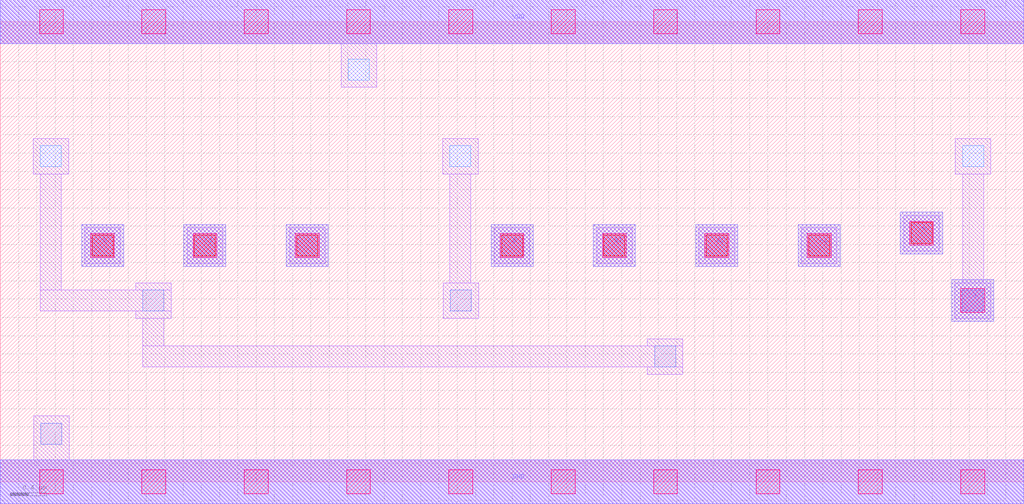
<source format=lef>
MACRO AAAOAI3221
 CLASS CORE ;
 FOREIGN AAAOAI3221 0 0 ;
 SIZE 11.200000000000001 BY 5.04 ;
 ORIGIN 0 0 ;
 SYMMETRY X Y R90 ;
 SITE unit ;
  PIN VDD
   DIRECTION INOUT ;
   USE POWER ;
   SHAPE ABUTMENT ;
    PORT
     CLASS CORE ;
       LAYER met1 ;
        RECT 0.00000000 4.80000000 11.20000000 5.28000000 ;
       LAYER met2 ;
        RECT 0.00000000 4.80000000 11.20000000 5.28000000 ;
    END
  END VDD

  PIN GND
   DIRECTION INOUT ;
   USE POWER ;
   SHAPE ABUTMENT ;
    PORT
     CLASS CORE ;
       LAYER met1 ;
        RECT 0.00000000 -0.24000000 11.20000000 0.24000000 ;
       LAYER met2 ;
        RECT 0.00000000 -0.24000000 11.20000000 0.24000000 ;
    END
  END GND

  PIN Y
   DIRECTION INOUT ;
   USE SIGNAL ;
   SHAPE ABUTMENT ;
    PORT
     CLASS CORE ;
       LAYER met2 ;
        RECT 10.41000000 1.75500000 10.87000000 2.21500000 ;
    END
  END Y

  PIN A1
   DIRECTION INOUT ;
   USE SIGNAL ;
   SHAPE ABUTMENT ;
    PORT
     CLASS CORE ;
       LAYER met2 ;
        RECT 8.73000000 2.35700000 9.19000000 2.81700000 ;
    END
  END A1

  PIN D
   DIRECTION INOUT ;
   USE SIGNAL ;
   SHAPE ABUTMENT ;
    PORT
     CLASS CORE ;
       LAYER met2 ;
        RECT 0.89000000 2.35700000 1.35000000 2.81700000 ;
    END
  END D

  PIN C1
   DIRECTION INOUT ;
   USE SIGNAL ;
   SHAPE ABUTMENT ;
    PORT
     CLASS CORE ;
       LAYER met2 ;
        RECT 2.01000000 2.35700000 2.47000000 2.81700000 ;
    END
  END C1

  PIN A2
   DIRECTION INOUT ;
   USE SIGNAL ;
   SHAPE ABUTMENT ;
    PORT
     CLASS CORE ;
       LAYER met2 ;
        RECT 7.61000000 2.35700000 8.07000000 2.81700000 ;
    END
  END A2

  PIN A
   DIRECTION INOUT ;
   USE SIGNAL ;
   SHAPE ABUTMENT ;
    PORT
     CLASS CORE ;
       LAYER met2 ;
        RECT 9.85000000 2.49200000 10.31000000 2.95200000 ;
    END
  END A

  PIN B
   DIRECTION INOUT ;
   USE SIGNAL ;
   SHAPE ABUTMENT ;
    PORT
     CLASS CORE ;
       LAYER met2 ;
        RECT 5.37000000 2.35700000 5.83000000 2.81700000 ;
    END
  END B

  PIN B1
   DIRECTION INOUT ;
   USE SIGNAL ;
   SHAPE ABUTMENT ;
    PORT
     CLASS CORE ;
       LAYER met2 ;
        RECT 6.49000000 2.35700000 6.95000000 2.81700000 ;
    END
  END B1

  PIN C
   DIRECTION INOUT ;
   USE SIGNAL ;
   SHAPE ABUTMENT ;
    PORT
     CLASS CORE ;
       LAYER met2 ;
        RECT 3.13000000 2.35700000 3.59000000 2.81700000 ;
    END
  END C

 OBS
    LAYER polycont ;
     RECT 1.00500000 2.47200000 1.23500000 2.70200000 ;
     RECT 2.12500000 2.47200000 2.35500000 2.70200000 ;
     RECT 3.24500000 2.47200000 3.47500000 2.70200000 ;
     RECT 5.48500000 2.47200000 5.71500000 2.70200000 ;
     RECT 6.60500000 2.47200000 6.83500000 2.70200000 ;
     RECT 7.72500000 2.47200000 7.95500000 2.70200000 ;
     RECT 8.84500000 2.47200000 9.07500000 2.70200000 ;
     RECT 9.96500000 2.60700000 10.19500000 2.83700000 ;

    LAYER pdiffc ;
     RECT 0.44000000 3.45000000 0.67000000 3.68000000 ;
     RECT 4.92000000 3.45000000 5.15000000 3.68000000 ;
     RECT 10.53000000 3.45000000 10.76000000 3.68000000 ;
     RECT 3.81000000 4.40000000 4.04000000 4.63000000 ;

    LAYER ndiffc ;
     RECT 0.44500000 0.41000000 0.67500000 0.64000000 ;
     RECT 7.16000000 1.25700000 7.39000000 1.48700000 ;
     RECT 1.56000000 1.87000000 1.79000000 2.10000000 ;
     RECT 4.92500000 1.87000000 5.15500000 2.10000000 ;
     RECT 10.52500000 1.87000000 10.75500000 2.10000000 ;

    LAYER met1 ;
     RECT 0.00000000 -0.24000000 11.20000000 0.24000000 ;
     RECT 0.36500000 0.24000000 0.75500000 0.72000000 ;
     RECT 0.92500000 2.39200000 1.31500000 2.78200000 ;
     RECT 2.04500000 2.39200000 2.43500000 2.78200000 ;
     RECT 3.16500000 2.39200000 3.55500000 2.78200000 ;
     RECT 5.40500000 2.39200000 5.79500000 2.78200000 ;
     RECT 6.52500000 2.39200000 6.91500000 2.78200000 ;
     RECT 7.64500000 2.39200000 8.03500000 2.78200000 ;
     RECT 8.76500000 2.39200000 9.15500000 2.78200000 ;
     RECT 9.88500000 2.52700000 10.27500000 2.91700000 ;
     RECT 7.08000000 1.17700000 7.47000000 1.25700000 ;
     RECT 1.56000000 1.25700000 7.47000000 1.48700000 ;
     RECT 7.08000000 1.48700000 7.47000000 1.56700000 ;
     RECT 1.56000000 1.48700000 1.79000000 1.79000000 ;
     RECT 1.48000000 1.79000000 1.87000000 1.87000000 ;
     RECT 0.44000000 1.87000000 1.87000000 2.10000000 ;
     RECT 1.48000000 2.10000000 1.87000000 2.18000000 ;
     RECT 0.44000000 2.10000000 0.67000000 3.37000000 ;
     RECT 0.36000000 3.37000000 0.75000000 3.76000000 ;
     RECT 4.84500000 1.79000000 5.23500000 2.18000000 ;
     RECT 4.92000000 2.18000000 5.15000000 3.37000000 ;
     RECT 4.84000000 3.37000000 5.23000000 3.76000000 ;
     RECT 10.44500000 1.79000000 10.83500000 2.18000000 ;
     RECT 10.53000000 2.18000000 10.76000000 3.37000000 ;
     RECT 10.45000000 3.37000000 10.84000000 3.76000000 ;
     RECT 3.73000000 4.32000000 4.12000000 4.80000000 ;
     RECT 0.00000000 4.80000000 11.20000000 5.28000000 ;

    LAYER via1 ;
     RECT 0.43000000 -0.13000000 0.69000000 0.13000000 ;
     RECT 1.55000000 -0.13000000 1.81000000 0.13000000 ;
     RECT 2.67000000 -0.13000000 2.93000000 0.13000000 ;
     RECT 3.79000000 -0.13000000 4.05000000 0.13000000 ;
     RECT 4.91000000 -0.13000000 5.17000000 0.13000000 ;
     RECT 6.03000000 -0.13000000 6.29000000 0.13000000 ;
     RECT 7.15000000 -0.13000000 7.41000000 0.13000000 ;
     RECT 8.27000000 -0.13000000 8.53000000 0.13000000 ;
     RECT 9.39000000 -0.13000000 9.65000000 0.13000000 ;
     RECT 10.51000000 -0.13000000 10.77000000 0.13000000 ;
     RECT 10.51000000 1.85500000 10.77000000 2.11500000 ;
     RECT 0.99000000 2.45700000 1.25000000 2.71700000 ;
     RECT 2.11000000 2.45700000 2.37000000 2.71700000 ;
     RECT 3.23000000 2.45700000 3.49000000 2.71700000 ;
     RECT 5.47000000 2.45700000 5.73000000 2.71700000 ;
     RECT 6.59000000 2.45700000 6.85000000 2.71700000 ;
     RECT 7.71000000 2.45700000 7.97000000 2.71700000 ;
     RECT 8.83000000 2.45700000 9.09000000 2.71700000 ;
     RECT 9.95000000 2.59200000 10.21000000 2.85200000 ;
     RECT 0.43000000 4.91000000 0.69000000 5.17000000 ;
     RECT 1.55000000 4.91000000 1.81000000 5.17000000 ;
     RECT 2.67000000 4.91000000 2.93000000 5.17000000 ;
     RECT 3.79000000 4.91000000 4.05000000 5.17000000 ;
     RECT 4.91000000 4.91000000 5.17000000 5.17000000 ;
     RECT 6.03000000 4.91000000 6.29000000 5.17000000 ;
     RECT 7.15000000 4.91000000 7.41000000 5.17000000 ;
     RECT 8.27000000 4.91000000 8.53000000 5.17000000 ;
     RECT 9.39000000 4.91000000 9.65000000 5.17000000 ;
     RECT 10.51000000 4.91000000 10.77000000 5.17000000 ;

    LAYER met2 ;
     RECT 0.00000000 -0.24000000 11.20000000 0.24000000 ;
     RECT 10.41000000 1.75500000 10.87000000 2.21500000 ;
     RECT 0.89000000 2.35700000 1.35000000 2.81700000 ;
     RECT 2.01000000 2.35700000 2.47000000 2.81700000 ;
     RECT 3.13000000 2.35700000 3.59000000 2.81700000 ;
     RECT 5.37000000 2.35700000 5.83000000 2.81700000 ;
     RECT 6.49000000 2.35700000 6.95000000 2.81700000 ;
     RECT 7.61000000 2.35700000 8.07000000 2.81700000 ;
     RECT 8.73000000 2.35700000 9.19000000 2.81700000 ;
     RECT 9.85000000 2.49200000 10.31000000 2.95200000 ;
     RECT 0.00000000 4.80000000 11.20000000 5.28000000 ;

 END
END AAAOAI3221

</source>
